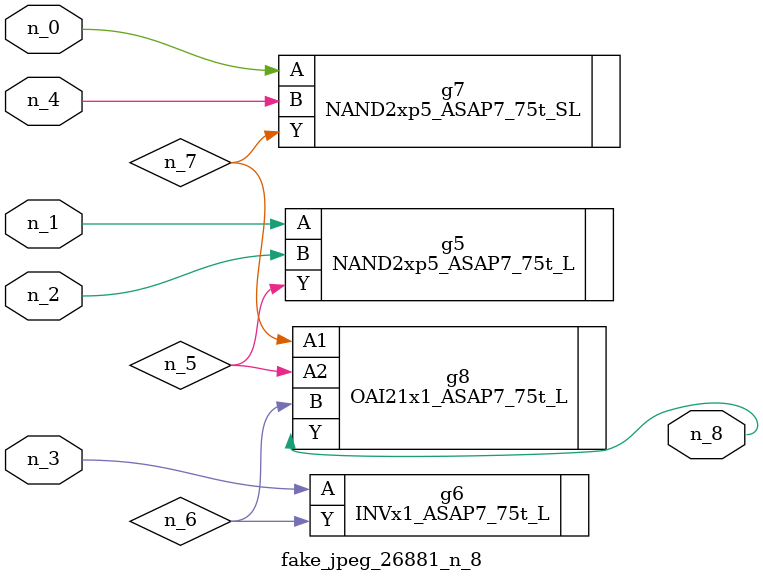
<source format=v>
module fake_jpeg_26881_n_8 (n_3, n_2, n_1, n_0, n_4, n_8);

input n_3;
input n_2;
input n_1;
input n_0;
input n_4;

output n_8;

wire n_6;
wire n_5;
wire n_7;

NAND2xp5_ASAP7_75t_L g5 ( 
.A(n_1),
.B(n_2),
.Y(n_5)
);

INVx1_ASAP7_75t_L g6 ( 
.A(n_3),
.Y(n_6)
);

NAND2xp5_ASAP7_75t_SL g7 ( 
.A(n_0),
.B(n_4),
.Y(n_7)
);

OAI21x1_ASAP7_75t_L g8 ( 
.A1(n_7),
.A2(n_5),
.B(n_6),
.Y(n_8)
);


endmodule
</source>
